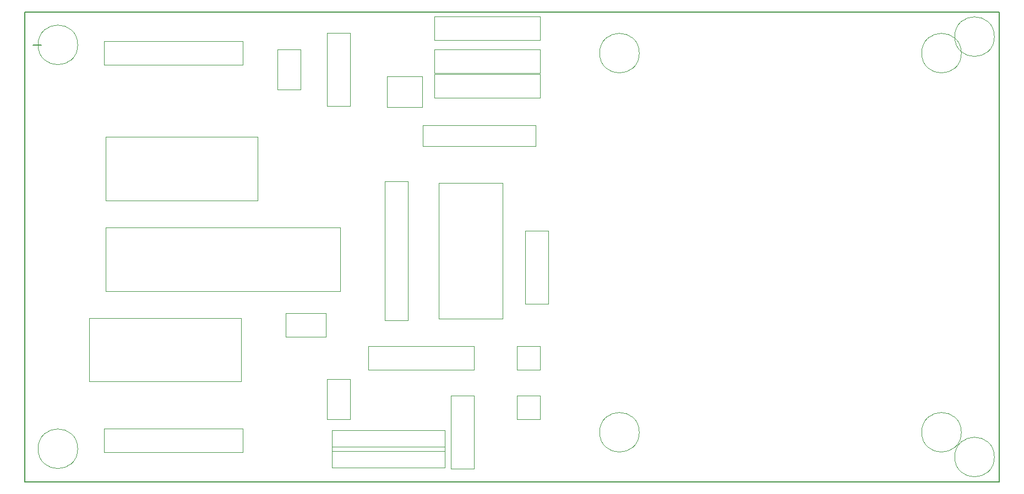
<source format=gbr>
G04 #@! TF.FileFunction,Other,User*
%FSLAX46Y46*%
G04 Gerber Fmt 4.6, Leading zero omitted, Abs format (unit mm)*
G04 Created by KiCad (PCBNEW 4.0.7) date Monday, 16. July 2018 'u49' 18:49:17*
%MOMM*%
%LPD*%
G01*
G04 APERTURE LIST*
%ADD10C,0.100000*%
%ADD11C,0.150000*%
%ADD12C,0.050000*%
G04 APERTURE END LIST*
D10*
D11*
X194310000Y-25400000D02*
X50800000Y-25400000D01*
X44450000Y-25400000D02*
X194310000Y-25400000D01*
X44450000Y-26670000D02*
X44450000Y-25400000D01*
X44450000Y-27940000D02*
X44450000Y-26670000D01*
X44450000Y-97790000D02*
X44450000Y-27940000D01*
X194310000Y-97790000D02*
X44450000Y-97790000D01*
X194310000Y-25400000D02*
X194310000Y-97790000D01*
X45720000Y-30480000D02*
X46990000Y-30480000D01*
D12*
X56870000Y-68410000D02*
X92970000Y-68410000D01*
X92970000Y-68410000D02*
X92970000Y-58610000D01*
X92970000Y-58610000D02*
X56870000Y-58610000D01*
X56870000Y-58610000D02*
X56870000Y-68410000D01*
X77750000Y-72560000D02*
X54350000Y-72560000D01*
X54350000Y-72560000D02*
X54350000Y-82360000D01*
X54350000Y-82360000D02*
X77750000Y-82360000D01*
X77750000Y-82360000D02*
X77750000Y-72560000D01*
X56870000Y-54440000D02*
X80270000Y-54440000D01*
X80270000Y-54440000D02*
X80270000Y-44640000D01*
X80270000Y-44640000D02*
X56870000Y-44640000D01*
X56870000Y-44640000D02*
X56870000Y-54440000D01*
X108120000Y-51790000D02*
X108120000Y-72640000D01*
X108120000Y-72640000D02*
X117920000Y-72640000D01*
X117920000Y-72640000D02*
X117920000Y-51790000D01*
X117920000Y-51790000D02*
X108120000Y-51790000D01*
X100140000Y-35370000D02*
X105600000Y-35370000D01*
X100140000Y-35370000D02*
X100140000Y-40110000D01*
X105600000Y-40110000D02*
X105600000Y-35370000D01*
X105600000Y-40110000D02*
X100140000Y-40110000D01*
X78000000Y-89640000D02*
X56650000Y-89640000D01*
X56650000Y-89640000D02*
X56650000Y-93240000D01*
X56650000Y-93240000D02*
X78000000Y-93240000D01*
X78000000Y-93240000D02*
X78000000Y-89640000D01*
X56620000Y-33550000D02*
X77970000Y-33550000D01*
X77970000Y-33550000D02*
X77970000Y-29950000D01*
X77970000Y-29950000D02*
X56620000Y-29950000D01*
X56620000Y-29950000D02*
X56620000Y-33550000D01*
X120120000Y-76940000D02*
X120120000Y-80540000D01*
X120120000Y-80540000D02*
X123720000Y-80540000D01*
X123720000Y-80540000D02*
X123720000Y-76940000D01*
X123720000Y-76940000D02*
X120120000Y-76940000D01*
X84560000Y-75460000D02*
X90710000Y-75460000D01*
X90710000Y-75460000D02*
X90710000Y-71860000D01*
X90710000Y-71860000D02*
X84560000Y-71860000D01*
X84560000Y-71860000D02*
X84560000Y-75460000D01*
X113560000Y-76940000D02*
X97260000Y-76940000D01*
X97260000Y-76940000D02*
X97260000Y-80540000D01*
X97260000Y-80540000D02*
X113560000Y-80540000D01*
X113560000Y-80540000D02*
X113560000Y-76940000D01*
X107420000Y-34820000D02*
X123720000Y-34820000D01*
X123720000Y-34820000D02*
X123720000Y-31220000D01*
X123720000Y-31220000D02*
X107420000Y-31220000D01*
X107420000Y-31220000D02*
X107420000Y-34820000D01*
X107420000Y-38630000D02*
X123720000Y-38630000D01*
X123720000Y-38630000D02*
X123720000Y-35030000D01*
X123720000Y-35030000D02*
X107420000Y-35030000D01*
X107420000Y-35030000D02*
X107420000Y-38630000D01*
X107420000Y-29740000D02*
X123720000Y-29740000D01*
X123720000Y-29740000D02*
X123720000Y-26140000D01*
X123720000Y-26140000D02*
X107420000Y-26140000D01*
X107420000Y-26140000D02*
X107420000Y-29740000D01*
X121390000Y-59160000D02*
X121390000Y-70360000D01*
X121390000Y-70360000D02*
X124990000Y-70360000D01*
X124990000Y-70360000D02*
X124990000Y-59160000D01*
X124990000Y-59160000D02*
X121390000Y-59160000D01*
X99800000Y-51540000D02*
X99800000Y-72890000D01*
X99800000Y-72890000D02*
X103400000Y-72890000D01*
X103400000Y-72890000D02*
X103400000Y-51540000D01*
X103400000Y-51540000D02*
X99800000Y-51540000D01*
X83290000Y-31220000D02*
X83290000Y-37370000D01*
X83290000Y-37370000D02*
X86890000Y-37370000D01*
X86890000Y-37370000D02*
X86890000Y-31220000D01*
X86890000Y-31220000D02*
X83290000Y-31220000D01*
X90910000Y-28680000D02*
X90910000Y-39880000D01*
X90910000Y-39880000D02*
X94510000Y-39880000D01*
X94510000Y-39880000D02*
X94510000Y-28680000D01*
X94510000Y-28680000D02*
X90910000Y-28680000D01*
X109960000Y-84560000D02*
X109960000Y-95760000D01*
X109960000Y-95760000D02*
X113560000Y-95760000D01*
X113560000Y-95760000D02*
X113560000Y-84560000D01*
X113560000Y-84560000D02*
X109960000Y-84560000D01*
X90910000Y-82020000D02*
X90910000Y-88170000D01*
X90910000Y-88170000D02*
X94510000Y-88170000D01*
X94510000Y-88170000D02*
X94510000Y-82020000D01*
X94510000Y-82020000D02*
X90910000Y-82020000D01*
X122970000Y-46050000D02*
X122970000Y-42850000D01*
X122970000Y-42850000D02*
X105620000Y-42850000D01*
X105620000Y-42850000D02*
X105620000Y-46050000D01*
X105620000Y-46050000D02*
X122970000Y-46050000D01*
X91660000Y-92380000D02*
X91660000Y-95580000D01*
X91660000Y-95580000D02*
X109010000Y-95580000D01*
X109010000Y-95580000D02*
X109010000Y-92380000D01*
X109010000Y-92380000D02*
X91660000Y-92380000D01*
X91660000Y-89840000D02*
X91660000Y-93040000D01*
X91660000Y-93040000D02*
X109010000Y-93040000D01*
X109010000Y-93040000D02*
X109010000Y-89840000D01*
X109010000Y-89840000D02*
X91660000Y-89840000D01*
X120120000Y-84560000D02*
X120120000Y-88160000D01*
X120120000Y-88160000D02*
X123720000Y-88160000D01*
X123720000Y-88160000D02*
X123720000Y-84560000D01*
X123720000Y-84560000D02*
X120120000Y-84560000D01*
X52580000Y-92710000D02*
G75*
G03X52580000Y-92710000I-3050000J0D01*
G01*
X138940000Y-90170000D02*
G75*
G03X138940000Y-90170000I-3050000J0D01*
G01*
X193550000Y-93980000D02*
G75*
G03X193550000Y-93980000I-3050000J0D01*
G01*
X188470000Y-90170000D02*
G75*
G03X188470000Y-90170000I-3050000J0D01*
G01*
X138940000Y-31750000D02*
G75*
G03X138940000Y-31750000I-3050000J0D01*
G01*
X193550000Y-29210000D02*
G75*
G03X193550000Y-29210000I-3050000J0D01*
G01*
X188470000Y-31750000D02*
G75*
G03X188470000Y-31750000I-3050000J0D01*
G01*
X52580000Y-30480000D02*
G75*
G03X52580000Y-30480000I-3050000J0D01*
G01*
M02*

</source>
